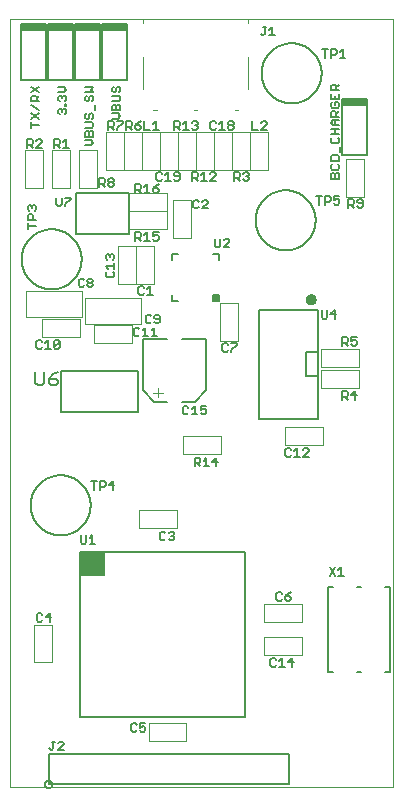
<source format=gto>
G75*
%MOIN*%
%OFA0B0*%
%FSLAX25Y25*%
%IPPOS*%
%LPD*%
%AMOC8*
5,1,8,0,0,1.08239X$1,22.5*
%
%ADD10C,0.00000*%
%ADD11C,0.00500*%
%ADD12C,0.00200*%
%ADD13C,0.00400*%
%ADD14C,0.00236*%
%ADD15C,0.00800*%
%ADD16C,0.00600*%
D10*
X0001300Y0001500D02*
X0001300Y0257500D01*
X0129221Y0257500D01*
X0129221Y0001500D01*
X0001300Y0001500D01*
D11*
X0013050Y0002500D02*
X0013052Y0002570D01*
X0013058Y0002640D01*
X0013068Y0002709D01*
X0013081Y0002778D01*
X0013099Y0002846D01*
X0013120Y0002913D01*
X0013145Y0002978D01*
X0013174Y0003042D01*
X0013206Y0003105D01*
X0013242Y0003165D01*
X0013281Y0003223D01*
X0013323Y0003279D01*
X0013368Y0003333D01*
X0013416Y0003384D01*
X0013467Y0003432D01*
X0013521Y0003477D01*
X0013577Y0003519D01*
X0013635Y0003558D01*
X0013695Y0003594D01*
X0013758Y0003626D01*
X0013822Y0003655D01*
X0013887Y0003680D01*
X0013954Y0003701D01*
X0014022Y0003719D01*
X0014091Y0003732D01*
X0014160Y0003742D01*
X0014230Y0003748D01*
X0014300Y0003750D01*
X0014370Y0003748D01*
X0014440Y0003742D01*
X0014509Y0003732D01*
X0014578Y0003719D01*
X0014646Y0003701D01*
X0014713Y0003680D01*
X0014778Y0003655D01*
X0014842Y0003626D01*
X0014905Y0003594D01*
X0014965Y0003558D01*
X0015023Y0003519D01*
X0015079Y0003477D01*
X0015133Y0003432D01*
X0015184Y0003384D01*
X0015232Y0003333D01*
X0015277Y0003279D01*
X0015319Y0003223D01*
X0015358Y0003165D01*
X0015394Y0003105D01*
X0015426Y0003042D01*
X0015455Y0002978D01*
X0015480Y0002913D01*
X0015501Y0002846D01*
X0015519Y0002778D01*
X0015532Y0002709D01*
X0015542Y0002640D01*
X0015548Y0002570D01*
X0015550Y0002500D01*
X0015548Y0002430D01*
X0015542Y0002360D01*
X0015532Y0002291D01*
X0015519Y0002222D01*
X0015501Y0002154D01*
X0015480Y0002087D01*
X0015455Y0002022D01*
X0015426Y0001958D01*
X0015394Y0001895D01*
X0015358Y0001835D01*
X0015319Y0001777D01*
X0015277Y0001721D01*
X0015232Y0001667D01*
X0015184Y0001616D01*
X0015133Y0001568D01*
X0015079Y0001523D01*
X0015023Y0001481D01*
X0014965Y0001442D01*
X0014905Y0001406D01*
X0014842Y0001374D01*
X0014778Y0001345D01*
X0014713Y0001320D01*
X0014646Y0001299D01*
X0014578Y0001281D01*
X0014509Y0001268D01*
X0014440Y0001258D01*
X0014370Y0001252D01*
X0014300Y0001250D01*
X0014230Y0001252D01*
X0014160Y0001258D01*
X0014091Y0001268D01*
X0014022Y0001281D01*
X0013954Y0001299D01*
X0013887Y0001320D01*
X0013822Y0001345D01*
X0013758Y0001374D01*
X0013695Y0001406D01*
X0013635Y0001442D01*
X0013577Y0001481D01*
X0013521Y0001523D01*
X0013467Y0001568D01*
X0013416Y0001616D01*
X0013368Y0001667D01*
X0013323Y0001721D01*
X0013281Y0001777D01*
X0013242Y0001835D01*
X0013206Y0001895D01*
X0013174Y0001958D01*
X0013145Y0002022D01*
X0013120Y0002087D01*
X0013099Y0002154D01*
X0013081Y0002222D01*
X0013068Y0002291D01*
X0013058Y0002360D01*
X0013052Y0002430D01*
X0013050Y0002500D01*
X0014300Y0002500D02*
X0094300Y0002500D01*
X0094300Y0012500D01*
X0014300Y0012500D01*
X0014300Y0002500D01*
X0015000Y0014000D02*
X0015451Y0014000D01*
X0015901Y0014450D01*
X0015901Y0016702D01*
X0015451Y0016702D02*
X0016352Y0016702D01*
X0017497Y0016252D02*
X0017947Y0016702D01*
X0018848Y0016702D01*
X0019298Y0016252D01*
X0019298Y0015802D01*
X0017497Y0014000D01*
X0019298Y0014000D01*
X0015000Y0014000D02*
X0014550Y0014450D01*
X0024741Y0024941D02*
X0024741Y0080059D01*
X0024741Y0072185D01*
X0032615Y0072185D01*
X0032615Y0080059D01*
X0024741Y0080059D01*
X0079859Y0080059D01*
X0079859Y0024941D01*
X0024741Y0024941D01*
X0014648Y0056750D02*
X0014648Y0059452D01*
X0013297Y0058101D01*
X0015098Y0058101D01*
X0012152Y0057200D02*
X0011701Y0056750D01*
X0010800Y0056750D01*
X0010350Y0057200D01*
X0010350Y0059002D01*
X0010800Y0059452D01*
X0011701Y0059452D01*
X0012152Y0059002D01*
X0024741Y0072289D02*
X0032615Y0072289D01*
X0032615Y0072787D02*
X0024741Y0072787D01*
X0024741Y0073286D02*
X0032615Y0073286D01*
X0032615Y0073784D02*
X0024741Y0073784D01*
X0024741Y0074283D02*
X0032615Y0074283D01*
X0032615Y0074781D02*
X0024741Y0074781D01*
X0024741Y0075280D02*
X0032615Y0075280D01*
X0032615Y0075778D02*
X0024741Y0075778D01*
X0024741Y0076277D02*
X0032615Y0076277D01*
X0032615Y0076775D02*
X0024741Y0076775D01*
X0024741Y0077274D02*
X0032615Y0077274D01*
X0032615Y0077772D02*
X0024741Y0077772D01*
X0024741Y0078271D02*
X0032615Y0078271D01*
X0032615Y0078769D02*
X0024741Y0078769D01*
X0024741Y0079268D02*
X0032615Y0079268D01*
X0032615Y0079766D02*
X0024741Y0079766D01*
X0025441Y0082750D02*
X0026342Y0082750D01*
X0026792Y0083200D01*
X0026792Y0085452D01*
X0027937Y0084552D02*
X0028838Y0085452D01*
X0028838Y0082750D01*
X0027937Y0082750D02*
X0029739Y0082750D01*
X0025441Y0082750D02*
X0024991Y0083200D01*
X0024991Y0085452D01*
X0008300Y0095500D02*
X0008303Y0095745D01*
X0008312Y0095991D01*
X0008327Y0096236D01*
X0008348Y0096480D01*
X0008375Y0096724D01*
X0008408Y0096967D01*
X0008447Y0097210D01*
X0008492Y0097451D01*
X0008543Y0097691D01*
X0008600Y0097930D01*
X0008662Y0098167D01*
X0008731Y0098403D01*
X0008805Y0098637D01*
X0008885Y0098869D01*
X0008970Y0099099D01*
X0009061Y0099327D01*
X0009158Y0099552D01*
X0009260Y0099776D01*
X0009368Y0099996D01*
X0009481Y0100214D01*
X0009599Y0100429D01*
X0009723Y0100641D01*
X0009851Y0100850D01*
X0009985Y0101056D01*
X0010124Y0101258D01*
X0010268Y0101457D01*
X0010417Y0101652D01*
X0010570Y0101844D01*
X0010728Y0102032D01*
X0010890Y0102216D01*
X0011058Y0102395D01*
X0011229Y0102571D01*
X0011405Y0102742D01*
X0011584Y0102910D01*
X0011768Y0103072D01*
X0011956Y0103230D01*
X0012148Y0103383D01*
X0012343Y0103532D01*
X0012542Y0103676D01*
X0012744Y0103815D01*
X0012950Y0103949D01*
X0013159Y0104077D01*
X0013371Y0104201D01*
X0013586Y0104319D01*
X0013804Y0104432D01*
X0014024Y0104540D01*
X0014248Y0104642D01*
X0014473Y0104739D01*
X0014701Y0104830D01*
X0014931Y0104915D01*
X0015163Y0104995D01*
X0015397Y0105069D01*
X0015633Y0105138D01*
X0015870Y0105200D01*
X0016109Y0105257D01*
X0016349Y0105308D01*
X0016590Y0105353D01*
X0016833Y0105392D01*
X0017076Y0105425D01*
X0017320Y0105452D01*
X0017564Y0105473D01*
X0017809Y0105488D01*
X0018055Y0105497D01*
X0018300Y0105500D01*
X0018545Y0105497D01*
X0018791Y0105488D01*
X0019036Y0105473D01*
X0019280Y0105452D01*
X0019524Y0105425D01*
X0019767Y0105392D01*
X0020010Y0105353D01*
X0020251Y0105308D01*
X0020491Y0105257D01*
X0020730Y0105200D01*
X0020967Y0105138D01*
X0021203Y0105069D01*
X0021437Y0104995D01*
X0021669Y0104915D01*
X0021899Y0104830D01*
X0022127Y0104739D01*
X0022352Y0104642D01*
X0022576Y0104540D01*
X0022796Y0104432D01*
X0023014Y0104319D01*
X0023229Y0104201D01*
X0023441Y0104077D01*
X0023650Y0103949D01*
X0023856Y0103815D01*
X0024058Y0103676D01*
X0024257Y0103532D01*
X0024452Y0103383D01*
X0024644Y0103230D01*
X0024832Y0103072D01*
X0025016Y0102910D01*
X0025195Y0102742D01*
X0025371Y0102571D01*
X0025542Y0102395D01*
X0025710Y0102216D01*
X0025872Y0102032D01*
X0026030Y0101844D01*
X0026183Y0101652D01*
X0026332Y0101457D01*
X0026476Y0101258D01*
X0026615Y0101056D01*
X0026749Y0100850D01*
X0026877Y0100641D01*
X0027001Y0100429D01*
X0027119Y0100214D01*
X0027232Y0099996D01*
X0027340Y0099776D01*
X0027442Y0099552D01*
X0027539Y0099327D01*
X0027630Y0099099D01*
X0027715Y0098869D01*
X0027795Y0098637D01*
X0027869Y0098403D01*
X0027938Y0098167D01*
X0028000Y0097930D01*
X0028057Y0097691D01*
X0028108Y0097451D01*
X0028153Y0097210D01*
X0028192Y0096967D01*
X0028225Y0096724D01*
X0028252Y0096480D01*
X0028273Y0096236D01*
X0028288Y0095991D01*
X0028297Y0095745D01*
X0028300Y0095500D01*
X0028297Y0095255D01*
X0028288Y0095009D01*
X0028273Y0094764D01*
X0028252Y0094520D01*
X0028225Y0094276D01*
X0028192Y0094033D01*
X0028153Y0093790D01*
X0028108Y0093549D01*
X0028057Y0093309D01*
X0028000Y0093070D01*
X0027938Y0092833D01*
X0027869Y0092597D01*
X0027795Y0092363D01*
X0027715Y0092131D01*
X0027630Y0091901D01*
X0027539Y0091673D01*
X0027442Y0091448D01*
X0027340Y0091224D01*
X0027232Y0091004D01*
X0027119Y0090786D01*
X0027001Y0090571D01*
X0026877Y0090359D01*
X0026749Y0090150D01*
X0026615Y0089944D01*
X0026476Y0089742D01*
X0026332Y0089543D01*
X0026183Y0089348D01*
X0026030Y0089156D01*
X0025872Y0088968D01*
X0025710Y0088784D01*
X0025542Y0088605D01*
X0025371Y0088429D01*
X0025195Y0088258D01*
X0025016Y0088090D01*
X0024832Y0087928D01*
X0024644Y0087770D01*
X0024452Y0087617D01*
X0024257Y0087468D01*
X0024058Y0087324D01*
X0023856Y0087185D01*
X0023650Y0087051D01*
X0023441Y0086923D01*
X0023229Y0086799D01*
X0023014Y0086681D01*
X0022796Y0086568D01*
X0022576Y0086460D01*
X0022352Y0086358D01*
X0022127Y0086261D01*
X0021899Y0086170D01*
X0021669Y0086085D01*
X0021437Y0086005D01*
X0021203Y0085931D01*
X0020967Y0085862D01*
X0020730Y0085800D01*
X0020491Y0085743D01*
X0020251Y0085692D01*
X0020010Y0085647D01*
X0019767Y0085608D01*
X0019524Y0085575D01*
X0019280Y0085548D01*
X0019036Y0085527D01*
X0018791Y0085512D01*
X0018545Y0085503D01*
X0018300Y0085500D01*
X0018055Y0085503D01*
X0017809Y0085512D01*
X0017564Y0085527D01*
X0017320Y0085548D01*
X0017076Y0085575D01*
X0016833Y0085608D01*
X0016590Y0085647D01*
X0016349Y0085692D01*
X0016109Y0085743D01*
X0015870Y0085800D01*
X0015633Y0085862D01*
X0015397Y0085931D01*
X0015163Y0086005D01*
X0014931Y0086085D01*
X0014701Y0086170D01*
X0014473Y0086261D01*
X0014248Y0086358D01*
X0014024Y0086460D01*
X0013804Y0086568D01*
X0013586Y0086681D01*
X0013371Y0086799D01*
X0013159Y0086923D01*
X0012950Y0087051D01*
X0012744Y0087185D01*
X0012542Y0087324D01*
X0012343Y0087468D01*
X0012148Y0087617D01*
X0011956Y0087770D01*
X0011768Y0087928D01*
X0011584Y0088090D01*
X0011405Y0088258D01*
X0011229Y0088429D01*
X0011058Y0088605D01*
X0010890Y0088784D01*
X0010728Y0088968D01*
X0010570Y0089156D01*
X0010417Y0089348D01*
X0010268Y0089543D01*
X0010124Y0089742D01*
X0009985Y0089944D01*
X0009851Y0090150D01*
X0009723Y0090359D01*
X0009599Y0090571D01*
X0009481Y0090786D01*
X0009368Y0091004D01*
X0009260Y0091224D01*
X0009158Y0091448D01*
X0009061Y0091673D01*
X0008970Y0091901D01*
X0008885Y0092131D01*
X0008805Y0092363D01*
X0008731Y0092597D01*
X0008662Y0092833D01*
X0008600Y0093070D01*
X0008543Y0093309D01*
X0008492Y0093549D01*
X0008447Y0093790D01*
X0008408Y0094033D01*
X0008375Y0094276D01*
X0008348Y0094520D01*
X0008327Y0094764D01*
X0008312Y0095009D01*
X0008303Y0095255D01*
X0008300Y0095500D01*
X0018505Y0126610D02*
X0018505Y0140390D01*
X0044095Y0140390D01*
X0044095Y0126610D01*
X0018505Y0126610D01*
X0017494Y0147750D02*
X0016593Y0147750D01*
X0016143Y0148200D01*
X0017945Y0150002D01*
X0017945Y0148200D01*
X0017494Y0147750D01*
X0016143Y0148200D02*
X0016143Y0150002D01*
X0016593Y0150452D01*
X0017494Y0150452D01*
X0017945Y0150002D01*
X0014998Y0147750D02*
X0013197Y0147750D01*
X0014097Y0147750D02*
X0014097Y0150452D01*
X0013197Y0149552D01*
X0012052Y0150002D02*
X0011601Y0150452D01*
X0010700Y0150452D01*
X0010250Y0150002D01*
X0010250Y0148200D01*
X0010700Y0147750D01*
X0011601Y0147750D01*
X0012052Y0148200D01*
X0024752Y0168374D02*
X0025652Y0168374D01*
X0026103Y0168825D01*
X0027248Y0168825D02*
X0027248Y0169275D01*
X0027698Y0169726D01*
X0028599Y0169726D01*
X0029049Y0169275D01*
X0029049Y0168825D01*
X0028599Y0168374D01*
X0027698Y0168374D01*
X0027248Y0168825D01*
X0027698Y0169726D02*
X0027248Y0170176D01*
X0027248Y0170626D01*
X0027698Y0171077D01*
X0028599Y0171077D01*
X0029049Y0170626D01*
X0029049Y0170176D01*
X0028599Y0169726D01*
X0026103Y0170626D02*
X0025652Y0171077D01*
X0024752Y0171077D01*
X0024301Y0170626D01*
X0024301Y0168825D01*
X0024752Y0168374D01*
X0033348Y0171900D02*
X0033798Y0171450D01*
X0035600Y0171450D01*
X0036050Y0171900D01*
X0036050Y0172801D01*
X0035600Y0173252D01*
X0036050Y0174397D02*
X0036050Y0176198D01*
X0036050Y0175297D02*
X0033348Y0175297D01*
X0034248Y0174397D01*
X0033798Y0173252D02*
X0033348Y0172801D01*
X0033348Y0171900D01*
X0033798Y0177343D02*
X0033348Y0177793D01*
X0033348Y0178694D01*
X0033798Y0179145D01*
X0034248Y0179145D01*
X0034699Y0178694D01*
X0035149Y0179145D01*
X0035600Y0179145D01*
X0036050Y0178694D01*
X0036050Y0177793D01*
X0035600Y0177343D01*
X0034699Y0178244D02*
X0034699Y0178694D01*
X0043250Y0183750D02*
X0043250Y0186452D01*
X0044601Y0186452D01*
X0045052Y0186002D01*
X0045052Y0185101D01*
X0044601Y0184651D01*
X0043250Y0184651D01*
X0044151Y0184651D02*
X0045052Y0183750D01*
X0046197Y0183750D02*
X0047998Y0183750D01*
X0047097Y0183750D02*
X0047097Y0186452D01*
X0046197Y0185552D01*
X0049143Y0185101D02*
X0050044Y0185552D01*
X0050494Y0185552D01*
X0050945Y0185101D01*
X0050945Y0184200D01*
X0050494Y0183750D01*
X0049593Y0183750D01*
X0049143Y0184200D01*
X0049143Y0185101D02*
X0049143Y0186452D01*
X0050945Y0186452D01*
X0055426Y0179374D02*
X0057394Y0179374D01*
X0055426Y0179374D02*
X0055426Y0177406D01*
X0055426Y0165594D02*
X0055426Y0163626D01*
X0057394Y0163626D01*
X0051349Y0158426D02*
X0050899Y0158877D01*
X0049998Y0158877D01*
X0049548Y0158426D01*
X0049548Y0157976D01*
X0049998Y0157526D01*
X0051349Y0157526D01*
X0051349Y0158426D02*
X0051349Y0156625D01*
X0050899Y0156174D01*
X0049998Y0156174D01*
X0049548Y0156625D01*
X0048403Y0156625D02*
X0047952Y0156174D01*
X0047052Y0156174D01*
X0046601Y0156625D01*
X0046601Y0158426D01*
X0047052Y0158877D01*
X0047952Y0158877D01*
X0048403Y0158426D01*
X0049544Y0154652D02*
X0049544Y0151950D01*
X0048643Y0151950D02*
X0050445Y0151950D01*
X0048643Y0153752D02*
X0049544Y0154652D01*
X0047498Y0151950D02*
X0045697Y0151950D01*
X0046597Y0151950D02*
X0046597Y0154652D01*
X0045697Y0153752D01*
X0044552Y0154202D02*
X0044101Y0154652D01*
X0043200Y0154652D01*
X0042750Y0154202D01*
X0042750Y0152400D01*
X0043200Y0151950D01*
X0044101Y0151950D01*
X0044552Y0152400D01*
X0045867Y0150933D02*
X0053692Y0150933D01*
X0058908Y0150933D02*
X0066733Y0150933D01*
X0066733Y0133756D01*
X0063044Y0130067D01*
X0058908Y0130067D01*
X0059567Y0128494D02*
X0059117Y0128043D01*
X0059117Y0126242D01*
X0059567Y0125791D01*
X0060468Y0125791D01*
X0060918Y0126242D01*
X0062063Y0125791D02*
X0063865Y0125791D01*
X0062964Y0125791D02*
X0062964Y0128494D01*
X0062063Y0127593D01*
X0060918Y0128043D02*
X0060468Y0128494D01*
X0059567Y0128494D01*
X0065010Y0128494D02*
X0065010Y0127142D01*
X0065911Y0127593D01*
X0066361Y0127593D01*
X0066812Y0127142D01*
X0066812Y0126242D01*
X0066361Y0125791D01*
X0065460Y0125791D01*
X0065010Y0126242D01*
X0065010Y0128494D02*
X0066812Y0128494D01*
X0066858Y0111252D02*
X0065957Y0110352D01*
X0064812Y0110802D02*
X0064812Y0109901D01*
X0064362Y0109451D01*
X0063010Y0109451D01*
X0063010Y0108550D02*
X0063010Y0111252D01*
X0064362Y0111252D01*
X0064812Y0110802D01*
X0063911Y0109451D02*
X0064812Y0108550D01*
X0065957Y0108550D02*
X0067759Y0108550D01*
X0066858Y0108550D02*
X0066858Y0111252D01*
X0068903Y0109901D02*
X0070705Y0109901D01*
X0070255Y0108550D02*
X0070255Y0111252D01*
X0068903Y0109901D01*
X0055655Y0086652D02*
X0056105Y0086202D01*
X0056105Y0085752D01*
X0055655Y0085301D01*
X0056105Y0084851D01*
X0056105Y0084400D01*
X0055655Y0083950D01*
X0054754Y0083950D01*
X0054303Y0084400D01*
X0053159Y0084400D02*
X0052708Y0083950D01*
X0051807Y0083950D01*
X0051357Y0084400D01*
X0051357Y0086202D01*
X0051807Y0086652D01*
X0052708Y0086652D01*
X0053159Y0086202D01*
X0054303Y0086202D02*
X0054754Y0086652D01*
X0055655Y0086652D01*
X0055655Y0085301D02*
X0055204Y0085301D01*
X0035794Y0100750D02*
X0035794Y0103452D01*
X0034443Y0102101D01*
X0036245Y0102101D01*
X0033298Y0102101D02*
X0032848Y0101651D01*
X0031497Y0101651D01*
X0031497Y0100750D02*
X0031497Y0103452D01*
X0032848Y0103452D01*
X0033298Y0103002D01*
X0033298Y0102101D01*
X0030352Y0103452D02*
X0028550Y0103452D01*
X0029451Y0103452D02*
X0029451Y0100750D01*
X0049556Y0130067D02*
X0045867Y0133756D01*
X0045867Y0150933D01*
X0045601Y0165750D02*
X0046052Y0166200D01*
X0045601Y0165750D02*
X0044700Y0165750D01*
X0044250Y0166200D01*
X0044250Y0168002D01*
X0044700Y0168452D01*
X0045601Y0168452D01*
X0046052Y0168002D01*
X0047197Y0167552D02*
X0048097Y0168452D01*
X0048097Y0165750D01*
X0047197Y0165750D02*
X0048998Y0165750D01*
X0063000Y0194450D02*
X0062550Y0194900D01*
X0062550Y0196702D01*
X0063000Y0197152D01*
X0063901Y0197152D01*
X0064352Y0196702D01*
X0065497Y0196702D02*
X0065947Y0197152D01*
X0066848Y0197152D01*
X0067298Y0196702D01*
X0067298Y0196252D01*
X0065497Y0194450D01*
X0067298Y0194450D01*
X0064352Y0194900D02*
X0063901Y0194450D01*
X0063000Y0194450D01*
X0062250Y0203750D02*
X0062250Y0206452D01*
X0063601Y0206452D01*
X0064052Y0206002D01*
X0064052Y0205101D01*
X0063601Y0204651D01*
X0062250Y0204651D01*
X0063151Y0204651D02*
X0064052Y0203750D01*
X0065197Y0203750D02*
X0066998Y0203750D01*
X0066097Y0203750D02*
X0066097Y0206452D01*
X0065197Y0205552D01*
X0068143Y0206002D02*
X0068593Y0206452D01*
X0069494Y0206452D01*
X0069945Y0206002D01*
X0069945Y0205552D01*
X0068143Y0203750D01*
X0069945Y0203750D01*
X0076250Y0203750D02*
X0076250Y0206452D01*
X0077601Y0206452D01*
X0078052Y0206002D01*
X0078052Y0205101D01*
X0077601Y0204651D01*
X0076250Y0204651D01*
X0077151Y0204651D02*
X0078052Y0203750D01*
X0079197Y0204200D02*
X0079647Y0203750D01*
X0080548Y0203750D01*
X0080998Y0204200D01*
X0080998Y0204651D01*
X0080548Y0205101D01*
X0080097Y0205101D01*
X0080548Y0205101D02*
X0080998Y0205552D01*
X0080998Y0206002D01*
X0080548Y0206452D01*
X0079647Y0206452D01*
X0079197Y0206002D01*
X0082250Y0220750D02*
X0084052Y0220750D01*
X0085197Y0220750D02*
X0086998Y0222552D01*
X0086998Y0223002D01*
X0086548Y0223452D01*
X0085647Y0223452D01*
X0085197Y0223002D01*
X0085197Y0220750D02*
X0086998Y0220750D01*
X0082250Y0220750D02*
X0082250Y0223452D01*
X0075945Y0223002D02*
X0075945Y0222552D01*
X0075494Y0222101D01*
X0074593Y0222101D01*
X0074143Y0222552D01*
X0074143Y0223002D01*
X0074593Y0223452D01*
X0075494Y0223452D01*
X0075945Y0223002D01*
X0075494Y0222101D02*
X0075945Y0221651D01*
X0075945Y0221200D01*
X0075494Y0220750D01*
X0074593Y0220750D01*
X0074143Y0221200D01*
X0074143Y0221651D01*
X0074593Y0222101D01*
X0072998Y0220750D02*
X0071197Y0220750D01*
X0072097Y0220750D02*
X0072097Y0223452D01*
X0071197Y0222552D01*
X0070052Y0223002D02*
X0069601Y0223452D01*
X0068700Y0223452D01*
X0068250Y0223002D01*
X0068250Y0221200D01*
X0068700Y0220750D01*
X0069601Y0220750D01*
X0070052Y0221200D01*
X0063945Y0221200D02*
X0063494Y0220750D01*
X0062593Y0220750D01*
X0062143Y0221200D01*
X0060998Y0220750D02*
X0059197Y0220750D01*
X0060097Y0220750D02*
X0060097Y0223452D01*
X0059197Y0222552D01*
X0058052Y0223002D02*
X0058052Y0222101D01*
X0057601Y0221651D01*
X0056250Y0221651D01*
X0057151Y0221651D02*
X0058052Y0220750D01*
X0056250Y0220750D02*
X0056250Y0223452D01*
X0057601Y0223452D01*
X0058052Y0223002D01*
X0062143Y0223002D02*
X0062593Y0223452D01*
X0063494Y0223452D01*
X0063945Y0223002D01*
X0063945Y0222552D01*
X0063494Y0222101D01*
X0063945Y0221651D01*
X0063945Y0221200D01*
X0063494Y0222101D02*
X0063044Y0222101D01*
X0057494Y0206452D02*
X0056593Y0206452D01*
X0056143Y0206002D01*
X0056143Y0205552D01*
X0056593Y0205101D01*
X0057945Y0205101D01*
X0057945Y0204200D02*
X0057945Y0206002D01*
X0057494Y0206452D01*
X0057945Y0204200D02*
X0057494Y0203750D01*
X0056593Y0203750D01*
X0056143Y0204200D01*
X0054998Y0203750D02*
X0053197Y0203750D01*
X0054097Y0203750D02*
X0054097Y0206452D01*
X0053197Y0205552D01*
X0052052Y0206002D02*
X0051601Y0206452D01*
X0050700Y0206452D01*
X0050250Y0206002D01*
X0050250Y0204200D01*
X0050700Y0203750D01*
X0051601Y0203750D01*
X0052052Y0204200D01*
X0050945Y0202452D02*
X0050044Y0202002D01*
X0049143Y0201101D01*
X0050494Y0201101D01*
X0050945Y0200651D01*
X0050945Y0200200D01*
X0050494Y0199750D01*
X0049593Y0199750D01*
X0049143Y0200200D01*
X0049143Y0201101D01*
X0047998Y0199750D02*
X0046197Y0199750D01*
X0047097Y0199750D02*
X0047097Y0202452D01*
X0046197Y0201552D01*
X0045052Y0202002D02*
X0045052Y0201101D01*
X0044601Y0200651D01*
X0043250Y0200651D01*
X0044151Y0200651D02*
X0045052Y0199750D01*
X0043250Y0199750D02*
X0043250Y0202452D01*
X0044601Y0202452D01*
X0045052Y0202002D01*
X0035998Y0202200D02*
X0035548Y0201750D01*
X0034647Y0201750D01*
X0034197Y0202200D01*
X0034197Y0202651D01*
X0034647Y0203101D01*
X0035548Y0203101D01*
X0035998Y0202651D01*
X0035998Y0202200D01*
X0035548Y0203101D02*
X0035998Y0203552D01*
X0035998Y0204002D01*
X0035548Y0204452D01*
X0034647Y0204452D01*
X0034197Y0204002D01*
X0034197Y0203552D01*
X0034647Y0203101D01*
X0033052Y0203101D02*
X0033052Y0204002D01*
X0032601Y0204452D01*
X0031250Y0204452D01*
X0031250Y0201750D01*
X0031250Y0202651D02*
X0032601Y0202651D01*
X0033052Y0203101D01*
X0032151Y0202651D02*
X0033052Y0201750D01*
X0028349Y0215459D02*
X0026548Y0215459D01*
X0028349Y0215459D02*
X0029250Y0216360D01*
X0028349Y0217261D01*
X0026548Y0217261D01*
X0026548Y0218406D02*
X0026548Y0219757D01*
X0026998Y0220207D01*
X0027448Y0220207D01*
X0027899Y0219757D01*
X0027899Y0218406D01*
X0027899Y0219757D02*
X0028349Y0220207D01*
X0028800Y0220207D01*
X0029250Y0219757D01*
X0029250Y0218406D01*
X0026548Y0218406D01*
X0026548Y0221352D02*
X0028800Y0221352D01*
X0029250Y0221802D01*
X0029250Y0222703D01*
X0028800Y0223154D01*
X0026548Y0223154D01*
X0026998Y0224299D02*
X0027448Y0224299D01*
X0027899Y0224749D01*
X0027899Y0225650D01*
X0028349Y0226100D01*
X0028800Y0226100D01*
X0029250Y0225650D01*
X0029250Y0224749D01*
X0028800Y0224299D01*
X0029700Y0227245D02*
X0029700Y0229047D01*
X0028800Y0230192D02*
X0029250Y0230642D01*
X0029250Y0231543D01*
X0028800Y0231993D01*
X0028349Y0231993D01*
X0027899Y0231543D01*
X0027899Y0230642D01*
X0027448Y0230192D01*
X0026998Y0230192D01*
X0026548Y0230642D01*
X0026548Y0231543D01*
X0026998Y0231993D01*
X0026548Y0233138D02*
X0029250Y0233138D01*
X0028349Y0234039D01*
X0029250Y0234940D01*
X0026548Y0234940D01*
X0023166Y0237232D02*
X0031434Y0237232D01*
X0031434Y0253768D01*
X0023166Y0253768D01*
X0023166Y0255835D01*
X0031434Y0255835D01*
X0031434Y0253768D01*
X0023166Y0253768D01*
X0023166Y0237232D01*
X0022434Y0237232D02*
X0022434Y0253768D01*
X0014166Y0253768D01*
X0014166Y0255835D01*
X0022434Y0255835D01*
X0022434Y0253768D01*
X0014166Y0253768D01*
X0014166Y0237232D01*
X0022434Y0237232D01*
X0019349Y0234940D02*
X0020250Y0234039D01*
X0019349Y0233138D01*
X0017548Y0233138D01*
X0017998Y0231993D02*
X0018448Y0231993D01*
X0018899Y0231543D01*
X0019349Y0231993D01*
X0019800Y0231993D01*
X0020250Y0231543D01*
X0020250Y0230642D01*
X0019800Y0230192D01*
X0019800Y0229169D02*
X0020250Y0229169D01*
X0020250Y0228718D01*
X0019800Y0228718D01*
X0019800Y0229169D01*
X0019800Y0227573D02*
X0020250Y0227123D01*
X0020250Y0226222D01*
X0019800Y0225772D01*
X0018899Y0226673D02*
X0018899Y0227123D01*
X0019349Y0227573D01*
X0019800Y0227573D01*
X0018899Y0227123D02*
X0018448Y0227573D01*
X0017998Y0227573D01*
X0017548Y0227123D01*
X0017548Y0226222D01*
X0017998Y0225772D01*
X0017998Y0230192D02*
X0017548Y0230642D01*
X0017548Y0231543D01*
X0017998Y0231993D01*
X0018899Y0231543D02*
X0018899Y0231092D01*
X0019349Y0234940D02*
X0017548Y0234940D01*
X0013434Y0237232D02*
X0013434Y0253768D01*
X0005166Y0253768D01*
X0005166Y0255835D01*
X0013434Y0255835D01*
X0013434Y0253768D01*
X0005166Y0253768D01*
X0005166Y0237232D01*
X0013434Y0237232D01*
X0011250Y0234940D02*
X0008548Y0233138D01*
X0008998Y0231993D02*
X0009899Y0231993D01*
X0010349Y0231543D01*
X0010349Y0230192D01*
X0010349Y0231092D02*
X0011250Y0231993D01*
X0011250Y0233138D02*
X0008548Y0234940D01*
X0008998Y0231993D02*
X0008548Y0231543D01*
X0008548Y0230192D01*
X0011250Y0230192D01*
X0008548Y0229047D02*
X0011250Y0227245D01*
X0011250Y0226100D02*
X0008548Y0224299D01*
X0008548Y0223154D02*
X0008548Y0221352D01*
X0008548Y0222253D02*
X0011250Y0222253D01*
X0011250Y0224299D02*
X0008548Y0226100D01*
X0008601Y0217452D02*
X0007250Y0217452D01*
X0007250Y0214750D01*
X0007250Y0215651D02*
X0008601Y0215651D01*
X0009052Y0216101D01*
X0009052Y0217002D01*
X0008601Y0217452D01*
X0010197Y0217002D02*
X0010647Y0217452D01*
X0011548Y0217452D01*
X0011998Y0217002D01*
X0011998Y0216552D01*
X0010197Y0214750D01*
X0011998Y0214750D01*
X0009052Y0214750D02*
X0008151Y0215651D01*
X0016250Y0215651D02*
X0017601Y0215651D01*
X0018052Y0216101D01*
X0018052Y0217002D01*
X0017601Y0217452D01*
X0016250Y0217452D01*
X0016250Y0214750D01*
X0017151Y0215651D02*
X0018052Y0214750D01*
X0019197Y0214750D02*
X0020998Y0214750D01*
X0020097Y0214750D02*
X0020097Y0217452D01*
X0019197Y0216552D01*
X0026998Y0224299D02*
X0026548Y0224749D01*
X0026548Y0225650D01*
X0026998Y0226100D01*
X0032166Y0237232D02*
X0040434Y0237232D01*
X0040434Y0253768D01*
X0032166Y0253768D01*
X0032166Y0255835D01*
X0040434Y0255835D01*
X0040434Y0253768D01*
X0032166Y0253768D01*
X0032166Y0237232D01*
X0035548Y0234489D02*
X0035548Y0233589D01*
X0035998Y0233138D01*
X0036448Y0233138D01*
X0036899Y0233589D01*
X0036899Y0234489D01*
X0037349Y0234940D01*
X0037800Y0234940D01*
X0038250Y0234489D01*
X0038250Y0233589D01*
X0037800Y0233138D01*
X0037800Y0231993D02*
X0035548Y0231993D01*
X0035548Y0230192D02*
X0037800Y0230192D01*
X0038250Y0230642D01*
X0038250Y0231543D01*
X0037800Y0231993D01*
X0035548Y0234489D02*
X0035998Y0234940D01*
X0035998Y0229047D02*
X0036448Y0229047D01*
X0036899Y0228596D01*
X0036899Y0227245D01*
X0037349Y0226100D02*
X0035548Y0226100D01*
X0035548Y0227245D02*
X0035548Y0228596D01*
X0035998Y0229047D01*
X0036899Y0228596D02*
X0037349Y0229047D01*
X0037800Y0229047D01*
X0038250Y0228596D01*
X0038250Y0227245D01*
X0035548Y0227245D01*
X0037349Y0226100D02*
X0038250Y0225199D01*
X0037349Y0224299D01*
X0035548Y0224299D01*
X0035601Y0223452D02*
X0034250Y0223452D01*
X0034250Y0220750D01*
X0034250Y0221651D02*
X0035601Y0221651D01*
X0036052Y0222101D01*
X0036052Y0223002D01*
X0035601Y0223452D01*
X0037197Y0223452D02*
X0038998Y0223452D01*
X0038998Y0223002D01*
X0037197Y0221200D01*
X0037197Y0220750D01*
X0036052Y0220750D02*
X0035151Y0221651D01*
X0040250Y0221651D02*
X0041601Y0221651D01*
X0042052Y0222101D01*
X0042052Y0223002D01*
X0041601Y0223452D01*
X0040250Y0223452D01*
X0040250Y0220750D01*
X0041151Y0221651D02*
X0042052Y0220750D01*
X0043197Y0221200D02*
X0043197Y0222101D01*
X0044548Y0222101D01*
X0044998Y0221651D01*
X0044998Y0221200D01*
X0044548Y0220750D01*
X0043647Y0220750D01*
X0043197Y0221200D01*
X0043197Y0222101D02*
X0044097Y0223002D01*
X0044998Y0223452D01*
X0046250Y0223452D02*
X0046250Y0220750D01*
X0048052Y0220750D01*
X0049197Y0220750D02*
X0050998Y0220750D01*
X0050097Y0220750D02*
X0050097Y0223452D01*
X0049197Y0222552D01*
X0040434Y0254245D02*
X0032166Y0254245D01*
X0032166Y0254744D02*
X0040434Y0254744D01*
X0040434Y0255242D02*
X0032166Y0255242D01*
X0032166Y0255741D02*
X0040434Y0255741D01*
X0031434Y0255741D02*
X0023166Y0255741D01*
X0023166Y0255242D02*
X0031434Y0255242D01*
X0031434Y0254744D02*
X0023166Y0254744D01*
X0023166Y0254245D02*
X0031434Y0254245D01*
X0022434Y0254245D02*
X0014166Y0254245D01*
X0014166Y0254744D02*
X0022434Y0254744D01*
X0022434Y0255242D02*
X0014166Y0255242D01*
X0014166Y0255741D02*
X0022434Y0255741D01*
X0013434Y0255741D02*
X0005166Y0255741D01*
X0005166Y0255242D02*
X0013434Y0255242D01*
X0013434Y0254744D02*
X0005166Y0254744D01*
X0005166Y0254245D02*
X0013434Y0254245D01*
X0016900Y0198052D02*
X0016900Y0195800D01*
X0017350Y0195350D01*
X0018251Y0195350D01*
X0018702Y0195800D01*
X0018702Y0198052D01*
X0019847Y0198052D02*
X0021648Y0198052D01*
X0021648Y0197602D01*
X0019847Y0195800D01*
X0019847Y0195350D01*
X0005300Y0177500D02*
X0005303Y0177745D01*
X0005312Y0177991D01*
X0005327Y0178236D01*
X0005348Y0178480D01*
X0005375Y0178724D01*
X0005408Y0178967D01*
X0005447Y0179210D01*
X0005492Y0179451D01*
X0005543Y0179691D01*
X0005600Y0179930D01*
X0005662Y0180167D01*
X0005731Y0180403D01*
X0005805Y0180637D01*
X0005885Y0180869D01*
X0005970Y0181099D01*
X0006061Y0181327D01*
X0006158Y0181552D01*
X0006260Y0181776D01*
X0006368Y0181996D01*
X0006481Y0182214D01*
X0006599Y0182429D01*
X0006723Y0182641D01*
X0006851Y0182850D01*
X0006985Y0183056D01*
X0007124Y0183258D01*
X0007268Y0183457D01*
X0007417Y0183652D01*
X0007570Y0183844D01*
X0007728Y0184032D01*
X0007890Y0184216D01*
X0008058Y0184395D01*
X0008229Y0184571D01*
X0008405Y0184742D01*
X0008584Y0184910D01*
X0008768Y0185072D01*
X0008956Y0185230D01*
X0009148Y0185383D01*
X0009343Y0185532D01*
X0009542Y0185676D01*
X0009744Y0185815D01*
X0009950Y0185949D01*
X0010159Y0186077D01*
X0010371Y0186201D01*
X0010586Y0186319D01*
X0010804Y0186432D01*
X0011024Y0186540D01*
X0011248Y0186642D01*
X0011473Y0186739D01*
X0011701Y0186830D01*
X0011931Y0186915D01*
X0012163Y0186995D01*
X0012397Y0187069D01*
X0012633Y0187138D01*
X0012870Y0187200D01*
X0013109Y0187257D01*
X0013349Y0187308D01*
X0013590Y0187353D01*
X0013833Y0187392D01*
X0014076Y0187425D01*
X0014320Y0187452D01*
X0014564Y0187473D01*
X0014809Y0187488D01*
X0015055Y0187497D01*
X0015300Y0187500D01*
X0015545Y0187497D01*
X0015791Y0187488D01*
X0016036Y0187473D01*
X0016280Y0187452D01*
X0016524Y0187425D01*
X0016767Y0187392D01*
X0017010Y0187353D01*
X0017251Y0187308D01*
X0017491Y0187257D01*
X0017730Y0187200D01*
X0017967Y0187138D01*
X0018203Y0187069D01*
X0018437Y0186995D01*
X0018669Y0186915D01*
X0018899Y0186830D01*
X0019127Y0186739D01*
X0019352Y0186642D01*
X0019576Y0186540D01*
X0019796Y0186432D01*
X0020014Y0186319D01*
X0020229Y0186201D01*
X0020441Y0186077D01*
X0020650Y0185949D01*
X0020856Y0185815D01*
X0021058Y0185676D01*
X0021257Y0185532D01*
X0021452Y0185383D01*
X0021644Y0185230D01*
X0021832Y0185072D01*
X0022016Y0184910D01*
X0022195Y0184742D01*
X0022371Y0184571D01*
X0022542Y0184395D01*
X0022710Y0184216D01*
X0022872Y0184032D01*
X0023030Y0183844D01*
X0023183Y0183652D01*
X0023332Y0183457D01*
X0023476Y0183258D01*
X0023615Y0183056D01*
X0023749Y0182850D01*
X0023877Y0182641D01*
X0024001Y0182429D01*
X0024119Y0182214D01*
X0024232Y0181996D01*
X0024340Y0181776D01*
X0024442Y0181552D01*
X0024539Y0181327D01*
X0024630Y0181099D01*
X0024715Y0180869D01*
X0024795Y0180637D01*
X0024869Y0180403D01*
X0024938Y0180167D01*
X0025000Y0179930D01*
X0025057Y0179691D01*
X0025108Y0179451D01*
X0025153Y0179210D01*
X0025192Y0178967D01*
X0025225Y0178724D01*
X0025252Y0178480D01*
X0025273Y0178236D01*
X0025288Y0177991D01*
X0025297Y0177745D01*
X0025300Y0177500D01*
X0025297Y0177255D01*
X0025288Y0177009D01*
X0025273Y0176764D01*
X0025252Y0176520D01*
X0025225Y0176276D01*
X0025192Y0176033D01*
X0025153Y0175790D01*
X0025108Y0175549D01*
X0025057Y0175309D01*
X0025000Y0175070D01*
X0024938Y0174833D01*
X0024869Y0174597D01*
X0024795Y0174363D01*
X0024715Y0174131D01*
X0024630Y0173901D01*
X0024539Y0173673D01*
X0024442Y0173448D01*
X0024340Y0173224D01*
X0024232Y0173004D01*
X0024119Y0172786D01*
X0024001Y0172571D01*
X0023877Y0172359D01*
X0023749Y0172150D01*
X0023615Y0171944D01*
X0023476Y0171742D01*
X0023332Y0171543D01*
X0023183Y0171348D01*
X0023030Y0171156D01*
X0022872Y0170968D01*
X0022710Y0170784D01*
X0022542Y0170605D01*
X0022371Y0170429D01*
X0022195Y0170258D01*
X0022016Y0170090D01*
X0021832Y0169928D01*
X0021644Y0169770D01*
X0021452Y0169617D01*
X0021257Y0169468D01*
X0021058Y0169324D01*
X0020856Y0169185D01*
X0020650Y0169051D01*
X0020441Y0168923D01*
X0020229Y0168799D01*
X0020014Y0168681D01*
X0019796Y0168568D01*
X0019576Y0168460D01*
X0019352Y0168358D01*
X0019127Y0168261D01*
X0018899Y0168170D01*
X0018669Y0168085D01*
X0018437Y0168005D01*
X0018203Y0167931D01*
X0017967Y0167862D01*
X0017730Y0167800D01*
X0017491Y0167743D01*
X0017251Y0167692D01*
X0017010Y0167647D01*
X0016767Y0167608D01*
X0016524Y0167575D01*
X0016280Y0167548D01*
X0016036Y0167527D01*
X0015791Y0167512D01*
X0015545Y0167503D01*
X0015300Y0167500D01*
X0015055Y0167503D01*
X0014809Y0167512D01*
X0014564Y0167527D01*
X0014320Y0167548D01*
X0014076Y0167575D01*
X0013833Y0167608D01*
X0013590Y0167647D01*
X0013349Y0167692D01*
X0013109Y0167743D01*
X0012870Y0167800D01*
X0012633Y0167862D01*
X0012397Y0167931D01*
X0012163Y0168005D01*
X0011931Y0168085D01*
X0011701Y0168170D01*
X0011473Y0168261D01*
X0011248Y0168358D01*
X0011024Y0168460D01*
X0010804Y0168568D01*
X0010586Y0168681D01*
X0010371Y0168799D01*
X0010159Y0168923D01*
X0009950Y0169051D01*
X0009744Y0169185D01*
X0009542Y0169324D01*
X0009343Y0169468D01*
X0009148Y0169617D01*
X0008956Y0169770D01*
X0008768Y0169928D01*
X0008584Y0170090D01*
X0008405Y0170258D01*
X0008229Y0170429D01*
X0008058Y0170605D01*
X0007890Y0170784D01*
X0007728Y0170968D01*
X0007570Y0171156D01*
X0007417Y0171348D01*
X0007268Y0171543D01*
X0007124Y0171742D01*
X0006985Y0171944D01*
X0006851Y0172150D01*
X0006723Y0172359D01*
X0006599Y0172571D01*
X0006481Y0172786D01*
X0006368Y0173004D01*
X0006260Y0173224D01*
X0006158Y0173448D01*
X0006061Y0173673D01*
X0005970Y0173901D01*
X0005885Y0174131D01*
X0005805Y0174363D01*
X0005731Y0174597D01*
X0005662Y0174833D01*
X0005600Y0175070D01*
X0005543Y0175309D01*
X0005492Y0175549D01*
X0005447Y0175790D01*
X0005408Y0176033D01*
X0005375Y0176276D01*
X0005348Y0176520D01*
X0005327Y0176764D01*
X0005312Y0177009D01*
X0005303Y0177255D01*
X0005300Y0177500D01*
X0007348Y0187750D02*
X0007348Y0189552D01*
X0007348Y0188651D02*
X0010050Y0188651D01*
X0010050Y0190697D02*
X0007348Y0190697D01*
X0007348Y0192048D01*
X0007798Y0192498D01*
X0008699Y0192498D01*
X0009149Y0192048D01*
X0009149Y0190697D01*
X0009600Y0193643D02*
X0010050Y0194093D01*
X0010050Y0194994D01*
X0009600Y0195445D01*
X0009149Y0195445D01*
X0008699Y0194994D01*
X0008699Y0194544D01*
X0008699Y0194994D02*
X0008248Y0195445D01*
X0007798Y0195445D01*
X0007348Y0194994D01*
X0007348Y0194093D01*
X0007798Y0193643D01*
X0049556Y0130067D02*
X0053692Y0130067D01*
X0069206Y0163626D02*
X0071174Y0163626D01*
X0071174Y0165594D01*
X0069206Y0165594D01*
X0069206Y0163626D01*
X0069206Y0165594D01*
X0071174Y0165594D01*
X0071174Y0163626D01*
X0069206Y0163626D01*
X0069206Y0164015D02*
X0071174Y0164015D01*
X0071174Y0164513D02*
X0069206Y0164513D01*
X0069206Y0165012D02*
X0071174Y0165012D01*
X0071174Y0165510D02*
X0069206Y0165510D01*
X0071174Y0177406D02*
X0071174Y0179374D01*
X0069206Y0179374D01*
X0070126Y0181561D02*
X0071027Y0181561D01*
X0071478Y0182011D01*
X0071478Y0184263D01*
X0072623Y0183813D02*
X0073073Y0184263D01*
X0073974Y0184263D01*
X0074424Y0183813D01*
X0074424Y0183363D01*
X0072623Y0181561D01*
X0074424Y0181561D01*
X0070126Y0181561D02*
X0069676Y0182011D01*
X0069676Y0184263D01*
X0084457Y0160748D02*
X0104143Y0160748D01*
X0104143Y0146437D01*
X0100206Y0146437D01*
X0100206Y0138563D01*
X0104143Y0138563D01*
X0104143Y0124252D01*
X0084457Y0124252D01*
X0084457Y0160748D01*
X0076998Y0149452D02*
X0076998Y0149002D01*
X0075197Y0147200D01*
X0075197Y0146750D01*
X0074052Y0147200D02*
X0073601Y0146750D01*
X0072700Y0146750D01*
X0072250Y0147200D01*
X0072250Y0149002D01*
X0072700Y0149452D01*
X0073601Y0149452D01*
X0074052Y0149002D01*
X0075197Y0149452D02*
X0076998Y0149452D01*
X0093700Y0114452D02*
X0093250Y0114002D01*
X0093250Y0112200D01*
X0093700Y0111750D01*
X0094601Y0111750D01*
X0095052Y0112200D01*
X0096197Y0111750D02*
X0097998Y0111750D01*
X0097097Y0111750D02*
X0097097Y0114452D01*
X0096197Y0113552D01*
X0095052Y0114002D02*
X0094601Y0114452D01*
X0093700Y0114452D01*
X0099143Y0114002D02*
X0099593Y0114452D01*
X0100494Y0114452D01*
X0100945Y0114002D01*
X0100945Y0113552D01*
X0099143Y0111750D01*
X0100945Y0111750D01*
X0112250Y0130750D02*
X0112250Y0133452D01*
X0113601Y0133452D01*
X0114052Y0133002D01*
X0114052Y0132101D01*
X0113601Y0131651D01*
X0112250Y0131651D01*
X0113151Y0131651D02*
X0114052Y0130750D01*
X0115197Y0132101D02*
X0116998Y0132101D01*
X0116548Y0130750D02*
X0116548Y0133452D01*
X0115197Y0132101D01*
X0115647Y0148750D02*
X0115197Y0149200D01*
X0115647Y0148750D02*
X0116548Y0148750D01*
X0116998Y0149200D01*
X0116998Y0150101D01*
X0116548Y0150552D01*
X0116097Y0150552D01*
X0115197Y0150101D01*
X0115197Y0151452D01*
X0116998Y0151452D01*
X0114052Y0151002D02*
X0114052Y0150101D01*
X0113601Y0149651D01*
X0112250Y0149651D01*
X0113151Y0149651D02*
X0114052Y0148750D01*
X0114052Y0151002D02*
X0113601Y0151452D01*
X0112250Y0151452D01*
X0112250Y0148750D01*
X0109600Y0157750D02*
X0109600Y0160452D01*
X0108248Y0159101D01*
X0110050Y0159101D01*
X0107104Y0158200D02*
X0107104Y0160452D01*
X0107104Y0158200D02*
X0106653Y0157750D01*
X0105752Y0157750D01*
X0105302Y0158200D01*
X0105302Y0160452D01*
X0103151Y0163349D02*
X0103262Y0163666D01*
X0103300Y0164000D01*
X0103262Y0164334D01*
X0103151Y0164651D01*
X0102973Y0164935D01*
X0102735Y0165173D01*
X0102451Y0165351D01*
X0102134Y0165462D01*
X0101800Y0165500D01*
X0101466Y0165462D01*
X0101149Y0165351D01*
X0100865Y0165173D01*
X0100627Y0164935D01*
X0100449Y0164651D01*
X0100338Y0164334D01*
X0100300Y0164000D01*
X0100338Y0163666D01*
X0100449Y0163349D01*
X0100627Y0163065D01*
X0100865Y0162827D01*
X0101149Y0162649D01*
X0101466Y0162538D01*
X0101800Y0162500D01*
X0102134Y0162538D01*
X0102451Y0162649D01*
X0102735Y0162827D01*
X0102973Y0163065D01*
X0103151Y0163349D01*
X0103210Y0163516D02*
X0100390Y0163516D01*
X0100302Y0164015D02*
X0103298Y0164015D01*
X0103200Y0164513D02*
X0100400Y0164513D01*
X0100704Y0165012D02*
X0102896Y0165012D01*
X0102926Y0163018D02*
X0100674Y0163018D01*
X0101630Y0162519D02*
X0101970Y0162519D01*
X0104143Y0146437D02*
X0104143Y0138563D01*
X0083300Y0190500D02*
X0083303Y0190745D01*
X0083312Y0190991D01*
X0083327Y0191236D01*
X0083348Y0191480D01*
X0083375Y0191724D01*
X0083408Y0191967D01*
X0083447Y0192210D01*
X0083492Y0192451D01*
X0083543Y0192691D01*
X0083600Y0192930D01*
X0083662Y0193167D01*
X0083731Y0193403D01*
X0083805Y0193637D01*
X0083885Y0193869D01*
X0083970Y0194099D01*
X0084061Y0194327D01*
X0084158Y0194552D01*
X0084260Y0194776D01*
X0084368Y0194996D01*
X0084481Y0195214D01*
X0084599Y0195429D01*
X0084723Y0195641D01*
X0084851Y0195850D01*
X0084985Y0196056D01*
X0085124Y0196258D01*
X0085268Y0196457D01*
X0085417Y0196652D01*
X0085570Y0196844D01*
X0085728Y0197032D01*
X0085890Y0197216D01*
X0086058Y0197395D01*
X0086229Y0197571D01*
X0086405Y0197742D01*
X0086584Y0197910D01*
X0086768Y0198072D01*
X0086956Y0198230D01*
X0087148Y0198383D01*
X0087343Y0198532D01*
X0087542Y0198676D01*
X0087744Y0198815D01*
X0087950Y0198949D01*
X0088159Y0199077D01*
X0088371Y0199201D01*
X0088586Y0199319D01*
X0088804Y0199432D01*
X0089024Y0199540D01*
X0089248Y0199642D01*
X0089473Y0199739D01*
X0089701Y0199830D01*
X0089931Y0199915D01*
X0090163Y0199995D01*
X0090397Y0200069D01*
X0090633Y0200138D01*
X0090870Y0200200D01*
X0091109Y0200257D01*
X0091349Y0200308D01*
X0091590Y0200353D01*
X0091833Y0200392D01*
X0092076Y0200425D01*
X0092320Y0200452D01*
X0092564Y0200473D01*
X0092809Y0200488D01*
X0093055Y0200497D01*
X0093300Y0200500D01*
X0093545Y0200497D01*
X0093791Y0200488D01*
X0094036Y0200473D01*
X0094280Y0200452D01*
X0094524Y0200425D01*
X0094767Y0200392D01*
X0095010Y0200353D01*
X0095251Y0200308D01*
X0095491Y0200257D01*
X0095730Y0200200D01*
X0095967Y0200138D01*
X0096203Y0200069D01*
X0096437Y0199995D01*
X0096669Y0199915D01*
X0096899Y0199830D01*
X0097127Y0199739D01*
X0097352Y0199642D01*
X0097576Y0199540D01*
X0097796Y0199432D01*
X0098014Y0199319D01*
X0098229Y0199201D01*
X0098441Y0199077D01*
X0098650Y0198949D01*
X0098856Y0198815D01*
X0099058Y0198676D01*
X0099257Y0198532D01*
X0099452Y0198383D01*
X0099644Y0198230D01*
X0099832Y0198072D01*
X0100016Y0197910D01*
X0100195Y0197742D01*
X0100371Y0197571D01*
X0100542Y0197395D01*
X0100710Y0197216D01*
X0100872Y0197032D01*
X0101030Y0196844D01*
X0101183Y0196652D01*
X0101332Y0196457D01*
X0101476Y0196258D01*
X0101615Y0196056D01*
X0101749Y0195850D01*
X0101877Y0195641D01*
X0102001Y0195429D01*
X0102119Y0195214D01*
X0102232Y0194996D01*
X0102340Y0194776D01*
X0102442Y0194552D01*
X0102539Y0194327D01*
X0102630Y0194099D01*
X0102715Y0193869D01*
X0102795Y0193637D01*
X0102869Y0193403D01*
X0102938Y0193167D01*
X0103000Y0192930D01*
X0103057Y0192691D01*
X0103108Y0192451D01*
X0103153Y0192210D01*
X0103192Y0191967D01*
X0103225Y0191724D01*
X0103252Y0191480D01*
X0103273Y0191236D01*
X0103288Y0190991D01*
X0103297Y0190745D01*
X0103300Y0190500D01*
X0103297Y0190255D01*
X0103288Y0190009D01*
X0103273Y0189764D01*
X0103252Y0189520D01*
X0103225Y0189276D01*
X0103192Y0189033D01*
X0103153Y0188790D01*
X0103108Y0188549D01*
X0103057Y0188309D01*
X0103000Y0188070D01*
X0102938Y0187833D01*
X0102869Y0187597D01*
X0102795Y0187363D01*
X0102715Y0187131D01*
X0102630Y0186901D01*
X0102539Y0186673D01*
X0102442Y0186448D01*
X0102340Y0186224D01*
X0102232Y0186004D01*
X0102119Y0185786D01*
X0102001Y0185571D01*
X0101877Y0185359D01*
X0101749Y0185150D01*
X0101615Y0184944D01*
X0101476Y0184742D01*
X0101332Y0184543D01*
X0101183Y0184348D01*
X0101030Y0184156D01*
X0100872Y0183968D01*
X0100710Y0183784D01*
X0100542Y0183605D01*
X0100371Y0183429D01*
X0100195Y0183258D01*
X0100016Y0183090D01*
X0099832Y0182928D01*
X0099644Y0182770D01*
X0099452Y0182617D01*
X0099257Y0182468D01*
X0099058Y0182324D01*
X0098856Y0182185D01*
X0098650Y0182051D01*
X0098441Y0181923D01*
X0098229Y0181799D01*
X0098014Y0181681D01*
X0097796Y0181568D01*
X0097576Y0181460D01*
X0097352Y0181358D01*
X0097127Y0181261D01*
X0096899Y0181170D01*
X0096669Y0181085D01*
X0096437Y0181005D01*
X0096203Y0180931D01*
X0095967Y0180862D01*
X0095730Y0180800D01*
X0095491Y0180743D01*
X0095251Y0180692D01*
X0095010Y0180647D01*
X0094767Y0180608D01*
X0094524Y0180575D01*
X0094280Y0180548D01*
X0094036Y0180527D01*
X0093791Y0180512D01*
X0093545Y0180503D01*
X0093300Y0180500D01*
X0093055Y0180503D01*
X0092809Y0180512D01*
X0092564Y0180527D01*
X0092320Y0180548D01*
X0092076Y0180575D01*
X0091833Y0180608D01*
X0091590Y0180647D01*
X0091349Y0180692D01*
X0091109Y0180743D01*
X0090870Y0180800D01*
X0090633Y0180862D01*
X0090397Y0180931D01*
X0090163Y0181005D01*
X0089931Y0181085D01*
X0089701Y0181170D01*
X0089473Y0181261D01*
X0089248Y0181358D01*
X0089024Y0181460D01*
X0088804Y0181568D01*
X0088586Y0181681D01*
X0088371Y0181799D01*
X0088159Y0181923D01*
X0087950Y0182051D01*
X0087744Y0182185D01*
X0087542Y0182324D01*
X0087343Y0182468D01*
X0087148Y0182617D01*
X0086956Y0182770D01*
X0086768Y0182928D01*
X0086584Y0183090D01*
X0086405Y0183258D01*
X0086229Y0183429D01*
X0086058Y0183605D01*
X0085890Y0183784D01*
X0085728Y0183968D01*
X0085570Y0184156D01*
X0085417Y0184348D01*
X0085268Y0184543D01*
X0085124Y0184742D01*
X0084985Y0184944D01*
X0084851Y0185150D01*
X0084723Y0185359D01*
X0084599Y0185571D01*
X0084481Y0185786D01*
X0084368Y0186004D01*
X0084260Y0186224D01*
X0084158Y0186448D01*
X0084061Y0186673D01*
X0083970Y0186901D01*
X0083885Y0187131D01*
X0083805Y0187363D01*
X0083731Y0187597D01*
X0083662Y0187833D01*
X0083600Y0188070D01*
X0083543Y0188309D01*
X0083492Y0188549D01*
X0083447Y0188790D01*
X0083408Y0189033D01*
X0083375Y0189276D01*
X0083348Y0189520D01*
X0083327Y0189764D01*
X0083312Y0190009D01*
X0083303Y0190255D01*
X0083300Y0190500D01*
X0103550Y0198452D02*
X0105352Y0198452D01*
X0104451Y0198452D02*
X0104451Y0195750D01*
X0106497Y0195750D02*
X0106497Y0198452D01*
X0107848Y0198452D01*
X0108298Y0198002D01*
X0108298Y0197101D01*
X0107848Y0196651D01*
X0106497Y0196651D01*
X0109443Y0197101D02*
X0110344Y0197552D01*
X0110794Y0197552D01*
X0111245Y0197101D01*
X0111245Y0196200D01*
X0110794Y0195750D01*
X0109893Y0195750D01*
X0109443Y0196200D01*
X0109443Y0197101D02*
X0109443Y0198452D01*
X0111245Y0198452D01*
X0114250Y0197452D02*
X0114250Y0194750D01*
X0114250Y0195651D02*
X0115601Y0195651D01*
X0116052Y0196101D01*
X0116052Y0197002D01*
X0115601Y0197452D01*
X0114250Y0197452D01*
X0115151Y0195651D02*
X0116052Y0194750D01*
X0117197Y0195200D02*
X0117647Y0194750D01*
X0118548Y0194750D01*
X0118998Y0195200D01*
X0118998Y0197002D01*
X0118548Y0197452D01*
X0117647Y0197452D01*
X0117197Y0197002D01*
X0117197Y0196552D01*
X0117647Y0196101D01*
X0118998Y0196101D01*
X0111050Y0204415D02*
X0111050Y0205766D01*
X0110600Y0206217D01*
X0110149Y0206217D01*
X0109699Y0205766D01*
X0109699Y0204415D01*
X0111050Y0204415D02*
X0108348Y0204415D01*
X0108348Y0205766D01*
X0108798Y0206217D01*
X0109248Y0206217D01*
X0109699Y0205766D01*
X0108798Y0207362D02*
X0110600Y0207362D01*
X0111050Y0207812D01*
X0111050Y0208713D01*
X0110600Y0209163D01*
X0111050Y0210308D02*
X0111050Y0211660D01*
X0110600Y0212110D01*
X0108798Y0212110D01*
X0108348Y0211660D01*
X0108348Y0210308D01*
X0111050Y0210308D01*
X0112166Y0212232D02*
X0120434Y0212232D01*
X0120434Y0228768D01*
X0112166Y0228768D01*
X0112166Y0230835D01*
X0120434Y0230835D01*
X0120434Y0228768D01*
X0112166Y0228768D01*
X0112166Y0212232D01*
X0111500Y0213255D02*
X0111500Y0215056D01*
X0110600Y0216201D02*
X0111050Y0216652D01*
X0111050Y0217553D01*
X0110600Y0218003D01*
X0111050Y0219148D02*
X0108348Y0219148D01*
X0108798Y0218003D02*
X0108348Y0217553D01*
X0108348Y0216652D01*
X0108798Y0216201D01*
X0110600Y0216201D01*
X0109699Y0219148D02*
X0109699Y0220949D01*
X0109699Y0222094D02*
X0109699Y0223896D01*
X0109248Y0223896D02*
X0111050Y0223896D01*
X0111050Y0225041D02*
X0108348Y0225041D01*
X0108348Y0226392D01*
X0108798Y0226843D01*
X0109699Y0226843D01*
X0110149Y0226392D01*
X0110149Y0225041D01*
X0110149Y0225942D02*
X0111050Y0226843D01*
X0110600Y0227987D02*
X0111050Y0228438D01*
X0111050Y0229339D01*
X0110600Y0229789D01*
X0109699Y0229789D01*
X0109699Y0228888D01*
X0108798Y0227987D02*
X0110600Y0227987D01*
X0112166Y0228821D02*
X0120434Y0228821D01*
X0120434Y0229320D02*
X0112166Y0229320D01*
X0112166Y0229818D02*
X0120434Y0229818D01*
X0120434Y0230317D02*
X0112166Y0230317D01*
X0112166Y0230815D02*
X0120434Y0230815D01*
X0113245Y0244750D02*
X0111443Y0244750D01*
X0112344Y0244750D02*
X0112344Y0247452D01*
X0111443Y0246552D01*
X0110298Y0247002D02*
X0110298Y0246101D01*
X0109848Y0245651D01*
X0108497Y0245651D01*
X0108497Y0244750D02*
X0108497Y0247452D01*
X0109848Y0247452D01*
X0110298Y0247002D01*
X0107352Y0247452D02*
X0105550Y0247452D01*
X0106451Y0247452D02*
X0106451Y0244750D01*
X0108798Y0235682D02*
X0108348Y0235232D01*
X0108348Y0233881D01*
X0111050Y0233881D01*
X0110149Y0233881D02*
X0110149Y0235232D01*
X0109699Y0235682D01*
X0108798Y0235682D01*
X0110149Y0234781D02*
X0111050Y0235682D01*
X0111050Y0232736D02*
X0111050Y0230934D01*
X0108348Y0230934D01*
X0108348Y0232736D01*
X0109699Y0231835D02*
X0109699Y0230934D01*
X0108798Y0229789D02*
X0108348Y0229339D01*
X0108348Y0228438D01*
X0108798Y0227987D01*
X0109248Y0223896D02*
X0108348Y0222995D01*
X0109248Y0222094D01*
X0111050Y0222094D01*
X0111050Y0220949D02*
X0108348Y0220949D01*
X0108798Y0209163D02*
X0108348Y0208713D01*
X0108348Y0207812D01*
X0108798Y0207362D01*
X0085300Y0239500D02*
X0085303Y0239745D01*
X0085312Y0239991D01*
X0085327Y0240236D01*
X0085348Y0240480D01*
X0085375Y0240724D01*
X0085408Y0240967D01*
X0085447Y0241210D01*
X0085492Y0241451D01*
X0085543Y0241691D01*
X0085600Y0241930D01*
X0085662Y0242167D01*
X0085731Y0242403D01*
X0085805Y0242637D01*
X0085885Y0242869D01*
X0085970Y0243099D01*
X0086061Y0243327D01*
X0086158Y0243552D01*
X0086260Y0243776D01*
X0086368Y0243996D01*
X0086481Y0244214D01*
X0086599Y0244429D01*
X0086723Y0244641D01*
X0086851Y0244850D01*
X0086985Y0245056D01*
X0087124Y0245258D01*
X0087268Y0245457D01*
X0087417Y0245652D01*
X0087570Y0245844D01*
X0087728Y0246032D01*
X0087890Y0246216D01*
X0088058Y0246395D01*
X0088229Y0246571D01*
X0088405Y0246742D01*
X0088584Y0246910D01*
X0088768Y0247072D01*
X0088956Y0247230D01*
X0089148Y0247383D01*
X0089343Y0247532D01*
X0089542Y0247676D01*
X0089744Y0247815D01*
X0089950Y0247949D01*
X0090159Y0248077D01*
X0090371Y0248201D01*
X0090586Y0248319D01*
X0090804Y0248432D01*
X0091024Y0248540D01*
X0091248Y0248642D01*
X0091473Y0248739D01*
X0091701Y0248830D01*
X0091931Y0248915D01*
X0092163Y0248995D01*
X0092397Y0249069D01*
X0092633Y0249138D01*
X0092870Y0249200D01*
X0093109Y0249257D01*
X0093349Y0249308D01*
X0093590Y0249353D01*
X0093833Y0249392D01*
X0094076Y0249425D01*
X0094320Y0249452D01*
X0094564Y0249473D01*
X0094809Y0249488D01*
X0095055Y0249497D01*
X0095300Y0249500D01*
X0095545Y0249497D01*
X0095791Y0249488D01*
X0096036Y0249473D01*
X0096280Y0249452D01*
X0096524Y0249425D01*
X0096767Y0249392D01*
X0097010Y0249353D01*
X0097251Y0249308D01*
X0097491Y0249257D01*
X0097730Y0249200D01*
X0097967Y0249138D01*
X0098203Y0249069D01*
X0098437Y0248995D01*
X0098669Y0248915D01*
X0098899Y0248830D01*
X0099127Y0248739D01*
X0099352Y0248642D01*
X0099576Y0248540D01*
X0099796Y0248432D01*
X0100014Y0248319D01*
X0100229Y0248201D01*
X0100441Y0248077D01*
X0100650Y0247949D01*
X0100856Y0247815D01*
X0101058Y0247676D01*
X0101257Y0247532D01*
X0101452Y0247383D01*
X0101644Y0247230D01*
X0101832Y0247072D01*
X0102016Y0246910D01*
X0102195Y0246742D01*
X0102371Y0246571D01*
X0102542Y0246395D01*
X0102710Y0246216D01*
X0102872Y0246032D01*
X0103030Y0245844D01*
X0103183Y0245652D01*
X0103332Y0245457D01*
X0103476Y0245258D01*
X0103615Y0245056D01*
X0103749Y0244850D01*
X0103877Y0244641D01*
X0104001Y0244429D01*
X0104119Y0244214D01*
X0104232Y0243996D01*
X0104340Y0243776D01*
X0104442Y0243552D01*
X0104539Y0243327D01*
X0104630Y0243099D01*
X0104715Y0242869D01*
X0104795Y0242637D01*
X0104869Y0242403D01*
X0104938Y0242167D01*
X0105000Y0241930D01*
X0105057Y0241691D01*
X0105108Y0241451D01*
X0105153Y0241210D01*
X0105192Y0240967D01*
X0105225Y0240724D01*
X0105252Y0240480D01*
X0105273Y0240236D01*
X0105288Y0239991D01*
X0105297Y0239745D01*
X0105300Y0239500D01*
X0105297Y0239255D01*
X0105288Y0239009D01*
X0105273Y0238764D01*
X0105252Y0238520D01*
X0105225Y0238276D01*
X0105192Y0238033D01*
X0105153Y0237790D01*
X0105108Y0237549D01*
X0105057Y0237309D01*
X0105000Y0237070D01*
X0104938Y0236833D01*
X0104869Y0236597D01*
X0104795Y0236363D01*
X0104715Y0236131D01*
X0104630Y0235901D01*
X0104539Y0235673D01*
X0104442Y0235448D01*
X0104340Y0235224D01*
X0104232Y0235004D01*
X0104119Y0234786D01*
X0104001Y0234571D01*
X0103877Y0234359D01*
X0103749Y0234150D01*
X0103615Y0233944D01*
X0103476Y0233742D01*
X0103332Y0233543D01*
X0103183Y0233348D01*
X0103030Y0233156D01*
X0102872Y0232968D01*
X0102710Y0232784D01*
X0102542Y0232605D01*
X0102371Y0232429D01*
X0102195Y0232258D01*
X0102016Y0232090D01*
X0101832Y0231928D01*
X0101644Y0231770D01*
X0101452Y0231617D01*
X0101257Y0231468D01*
X0101058Y0231324D01*
X0100856Y0231185D01*
X0100650Y0231051D01*
X0100441Y0230923D01*
X0100229Y0230799D01*
X0100014Y0230681D01*
X0099796Y0230568D01*
X0099576Y0230460D01*
X0099352Y0230358D01*
X0099127Y0230261D01*
X0098899Y0230170D01*
X0098669Y0230085D01*
X0098437Y0230005D01*
X0098203Y0229931D01*
X0097967Y0229862D01*
X0097730Y0229800D01*
X0097491Y0229743D01*
X0097251Y0229692D01*
X0097010Y0229647D01*
X0096767Y0229608D01*
X0096524Y0229575D01*
X0096280Y0229548D01*
X0096036Y0229527D01*
X0095791Y0229512D01*
X0095545Y0229503D01*
X0095300Y0229500D01*
X0095055Y0229503D01*
X0094809Y0229512D01*
X0094564Y0229527D01*
X0094320Y0229548D01*
X0094076Y0229575D01*
X0093833Y0229608D01*
X0093590Y0229647D01*
X0093349Y0229692D01*
X0093109Y0229743D01*
X0092870Y0229800D01*
X0092633Y0229862D01*
X0092397Y0229931D01*
X0092163Y0230005D01*
X0091931Y0230085D01*
X0091701Y0230170D01*
X0091473Y0230261D01*
X0091248Y0230358D01*
X0091024Y0230460D01*
X0090804Y0230568D01*
X0090586Y0230681D01*
X0090371Y0230799D01*
X0090159Y0230923D01*
X0089950Y0231051D01*
X0089744Y0231185D01*
X0089542Y0231324D01*
X0089343Y0231468D01*
X0089148Y0231617D01*
X0088956Y0231770D01*
X0088768Y0231928D01*
X0088584Y0232090D01*
X0088405Y0232258D01*
X0088229Y0232429D01*
X0088058Y0232605D01*
X0087890Y0232784D01*
X0087728Y0232968D01*
X0087570Y0233156D01*
X0087417Y0233348D01*
X0087268Y0233543D01*
X0087124Y0233742D01*
X0086985Y0233944D01*
X0086851Y0234150D01*
X0086723Y0234359D01*
X0086599Y0234571D01*
X0086481Y0234786D01*
X0086368Y0235004D01*
X0086260Y0235224D01*
X0086158Y0235448D01*
X0086061Y0235673D01*
X0085970Y0235901D01*
X0085885Y0236131D01*
X0085805Y0236363D01*
X0085731Y0236597D01*
X0085662Y0236833D01*
X0085600Y0237070D01*
X0085543Y0237309D01*
X0085492Y0237549D01*
X0085447Y0237790D01*
X0085408Y0238033D01*
X0085375Y0238276D01*
X0085348Y0238520D01*
X0085327Y0238764D01*
X0085312Y0239009D01*
X0085303Y0239255D01*
X0085300Y0239500D01*
X0085402Y0252172D02*
X0085852Y0252172D01*
X0086303Y0252622D01*
X0086303Y0254874D01*
X0086753Y0254874D02*
X0085852Y0254874D01*
X0084952Y0252622D02*
X0085402Y0252172D01*
X0087898Y0252172D02*
X0089700Y0252172D01*
X0088799Y0252172D02*
X0088799Y0254874D01*
X0087898Y0253974D01*
X0107977Y0074763D02*
X0109778Y0072061D01*
X0110923Y0072061D02*
X0112725Y0072061D01*
X0111824Y0072061D02*
X0111824Y0074763D01*
X0110923Y0073863D01*
X0109778Y0074763D02*
X0107977Y0072061D01*
X0107564Y0068273D02*
X0109139Y0068273D01*
X0107564Y0068273D02*
X0107564Y0039927D01*
X0109139Y0039927D01*
X0117013Y0039927D02*
X0118587Y0039927D01*
X0126461Y0039927D02*
X0128036Y0039927D01*
X0128036Y0068273D01*
X0126461Y0068273D01*
X0118587Y0068273D02*
X0117013Y0068273D01*
X0095494Y0044452D02*
X0095494Y0041750D01*
X0095945Y0043101D02*
X0094143Y0043101D01*
X0095494Y0044452D01*
X0092998Y0041750D02*
X0091197Y0041750D01*
X0092097Y0041750D02*
X0092097Y0044452D01*
X0091197Y0043552D01*
X0090052Y0044002D02*
X0089601Y0044452D01*
X0088700Y0044452D01*
X0088250Y0044002D01*
X0088250Y0042200D01*
X0088700Y0041750D01*
X0089601Y0041750D01*
X0090052Y0042200D01*
X0090700Y0063750D02*
X0091601Y0063750D01*
X0092052Y0064200D01*
X0093197Y0064200D02*
X0093647Y0063750D01*
X0094548Y0063750D01*
X0094998Y0064200D01*
X0094998Y0064651D01*
X0094548Y0065101D01*
X0093197Y0065101D01*
X0093197Y0064200D01*
X0093197Y0065101D02*
X0094097Y0066002D01*
X0094998Y0066452D01*
X0092052Y0066002D02*
X0091601Y0066452D01*
X0090700Y0066452D01*
X0090250Y0066002D01*
X0090250Y0064200D01*
X0090700Y0063750D01*
X0046598Y0022752D02*
X0044797Y0022752D01*
X0044797Y0021401D01*
X0045697Y0021852D01*
X0046148Y0021852D01*
X0046598Y0021401D01*
X0046598Y0020500D01*
X0046148Y0020050D01*
X0045247Y0020050D01*
X0044797Y0020500D01*
X0043652Y0020500D02*
X0043201Y0020050D01*
X0042300Y0020050D01*
X0041850Y0020500D01*
X0041850Y0022302D01*
X0042300Y0022752D01*
X0043201Y0022752D01*
X0043652Y0022302D01*
D12*
X0047600Y0022800D02*
X0047600Y0016800D01*
X0060200Y0016800D01*
X0060200Y0022800D01*
X0047600Y0022800D01*
X0015300Y0043100D02*
X0009300Y0043100D01*
X0009300Y0055700D01*
X0015300Y0055700D01*
X0015300Y0043100D01*
X0044400Y0087900D02*
X0044400Y0093900D01*
X0057000Y0093900D01*
X0057000Y0087900D01*
X0044400Y0087900D01*
X0059000Y0112500D02*
X0059000Y0118500D01*
X0071600Y0118500D01*
X0071600Y0112500D01*
X0059000Y0112500D01*
X0071300Y0150200D02*
X0071300Y0162800D01*
X0077300Y0162800D01*
X0077300Y0150200D01*
X0071300Y0150200D01*
X0061600Y0184500D02*
X0055600Y0184500D01*
X0055600Y0197100D01*
X0061600Y0197100D01*
X0061600Y0184500D01*
X0053600Y0187500D02*
X0041000Y0187500D01*
X0041000Y0193500D01*
X0041000Y0199500D01*
X0053600Y0199500D01*
X0053600Y0193500D01*
X0041000Y0193500D01*
X0053600Y0193500D01*
X0053600Y0187500D01*
X0049300Y0181800D02*
X0049300Y0169200D01*
X0043300Y0169200D01*
X0037300Y0169200D01*
X0037300Y0181800D01*
X0043300Y0181800D01*
X0043300Y0169200D01*
X0043300Y0181800D01*
X0049300Y0181800D01*
X0045249Y0164531D02*
X0045249Y0155869D01*
X0026351Y0155869D01*
X0026351Y0164531D01*
X0045249Y0164531D01*
X0042100Y0155700D02*
X0042100Y0149700D01*
X0029500Y0149700D01*
X0029500Y0155700D01*
X0042100Y0155700D01*
X0025549Y0158269D02*
X0025549Y0166931D01*
X0006651Y0166931D01*
X0006651Y0158269D01*
X0025549Y0158269D01*
X0024600Y0157500D02*
X0024600Y0151500D01*
X0012000Y0151500D01*
X0012000Y0157500D01*
X0024600Y0157500D01*
X0024300Y0201200D02*
X0024300Y0213800D01*
X0030300Y0213800D01*
X0030300Y0201200D01*
X0024300Y0201200D01*
X0021300Y0201200D02*
X0015300Y0201200D01*
X0015300Y0213800D01*
X0021300Y0213800D01*
X0021300Y0201200D01*
X0012300Y0201200D02*
X0006300Y0201200D01*
X0006300Y0213800D01*
X0012300Y0213800D01*
X0012300Y0201200D01*
X0033300Y0207200D02*
X0033300Y0219800D01*
X0039300Y0219800D01*
X0039300Y0207200D01*
X0033300Y0207200D01*
X0039300Y0207200D02*
X0039300Y0219800D01*
X0045300Y0219800D01*
X0045300Y0207200D01*
X0039300Y0207200D01*
X0045300Y0207200D02*
X0045300Y0219800D01*
X0051300Y0219800D01*
X0051300Y0207200D01*
X0045300Y0207200D01*
X0051300Y0207200D02*
X0051300Y0219800D01*
X0057300Y0219800D01*
X0063300Y0219800D01*
X0063300Y0207200D01*
X0057300Y0207200D01*
X0057300Y0219800D01*
X0057300Y0207200D01*
X0051300Y0207200D01*
X0063300Y0207200D02*
X0069300Y0207200D01*
X0069300Y0219800D01*
X0063300Y0219800D01*
X0063300Y0207200D01*
X0069300Y0207200D02*
X0069300Y0219800D01*
X0075300Y0219800D01*
X0081300Y0219800D01*
X0081300Y0207200D01*
X0075300Y0207200D01*
X0075300Y0219800D01*
X0075300Y0207200D01*
X0069300Y0207200D01*
X0081300Y0207200D02*
X0081300Y0219800D01*
X0087300Y0219800D01*
X0087300Y0207200D01*
X0081300Y0207200D01*
X0105000Y0147500D02*
X0105000Y0141500D01*
X0117600Y0141500D01*
X0117600Y0147500D01*
X0105000Y0147500D01*
X0105000Y0140500D02*
X0105000Y0134500D01*
X0117600Y0134500D01*
X0117600Y0140500D01*
X0105000Y0140500D01*
X0105600Y0121500D02*
X0105600Y0115500D01*
X0093000Y0115500D01*
X0093000Y0121500D01*
X0105600Y0121500D01*
X0098600Y0062500D02*
X0086000Y0062500D01*
X0086000Y0056500D01*
X0098600Y0056500D01*
X0098600Y0062500D01*
X0098600Y0051500D02*
X0098600Y0045500D01*
X0086000Y0045500D01*
X0086000Y0051500D01*
X0098600Y0051500D01*
X0113300Y0198200D02*
X0113300Y0210800D01*
X0119300Y0210800D01*
X0119300Y0198200D01*
X0113300Y0198200D01*
D13*
X0052267Y0133002D02*
X0049198Y0133002D01*
X0050733Y0134537D02*
X0050733Y0131467D01*
D14*
X0050308Y0227177D02*
X0049048Y0227177D01*
X0045702Y0234264D02*
X0045702Y0244854D01*
X0045702Y0256272D02*
X0045702Y0257335D01*
X0062670Y0227177D02*
X0063930Y0227177D01*
X0076292Y0227177D02*
X0077552Y0227177D01*
X0080898Y0234264D02*
X0080898Y0244854D01*
X0080898Y0256272D02*
X0080898Y0257335D01*
D15*
X0017311Y0139820D02*
X0015910Y0139120D01*
X0014509Y0137718D01*
X0016610Y0137718D01*
X0017311Y0137018D01*
X0017311Y0136317D01*
X0016610Y0135617D01*
X0015209Y0135617D01*
X0014509Y0136317D01*
X0014509Y0137718D01*
X0012707Y0136317D02*
X0012707Y0139820D01*
X0012707Y0136317D02*
X0012007Y0135617D01*
X0010605Y0135617D01*
X0009905Y0136317D01*
X0009905Y0139820D01*
D16*
X0023350Y0185850D02*
X0023350Y0199550D01*
X0041050Y0199550D01*
X0041050Y0185850D01*
X0023350Y0185850D01*
M02*

</source>
